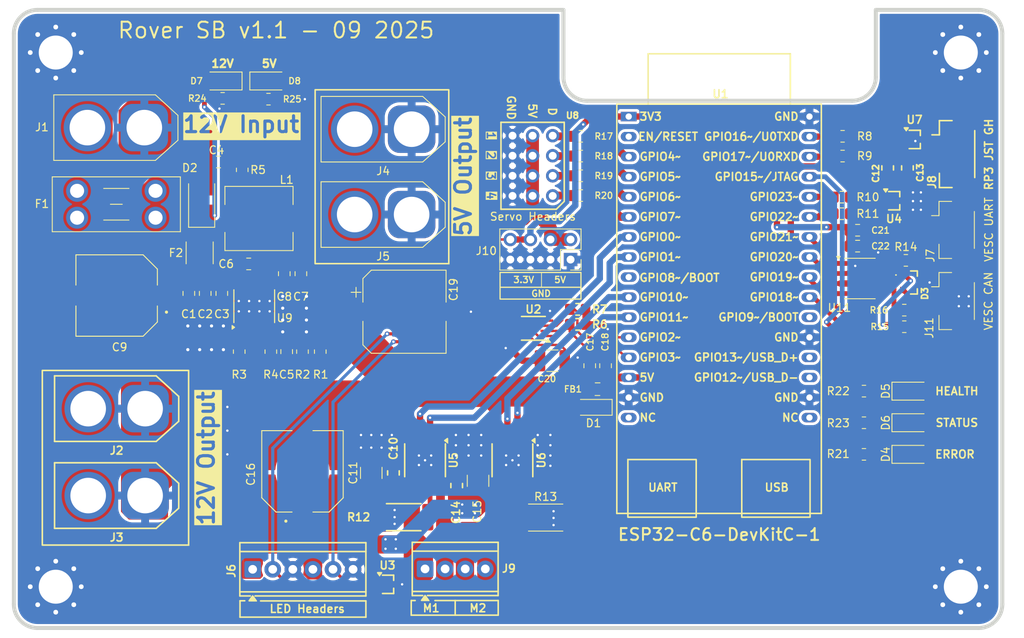
<source format=kicad_pcb>
(kicad_pcb (version 20241229) (generator "pcbnew") (generator_version "9.0")
  (layers (0 "F.Cu" signal) (2 "B.Cu" signal) (13 "F.Paste" user) (15 "B.Paste" user) (5 "F.SilkS" user "F.Silkscreen") (7 "B.SilkS" user "B.Silkscreen") (1 "F.Mask" user) (3 "B.Mask" user) (25 "Edge.Cuts" user))
  (net 0 "")
  (net 1 "+5V")
  (net 2 "+12V")
  (net 3 "Net-(U9-VIN)")
  (net 4 "Net-(J11-Pin_1)")
  (net 5 "+3.3V")
  (net 6 "Net-(J11-Pin_2)")
  (net 7 "servo 3")
  (net 8 "Net-(J9-Pin_1)")
  (net 9 "Net-(J9-Pin_3)")
  (net 10 "Net-(J9-Pin_4)")
  (net 11 "Net-(J9-Pin_2)")
  (net 12 "Net-(U5-ISEN)")
  (net 13 "Net-(U6-ISEN)")
  (net 14 "Net-(J6-Pin_5)")
  (net 15 "Net-(J6-Pin_2)")
  (net 16 "Net-(J1-Pin_2)")
  (net 17 "Net-(J7-Pin_2)")
  (net 18 "Net-(J7-Pin_3)")
  (net 19 "servo 4")
  (net 20 "Net-(U9-VREG5)")
  (net 21 "Net-(U9-SW)")
  (net 22 "Net-(U9-VBST)")
  (net 23 "GND")
  (net 24 "Net-(J8-Pin_2)")
  (net 25 "Net-(J8-Pin_1)")
  (net 26 "Net-(U9-VFB)")
  (net 27 "Net-(U9-EN)")
  (net 28 "Net-(U9-PG)")
  (net 29 "Net-(C4-Pad1)")
  (net 30 "Net-(D1-K)")
  (net 31 "servo 2")
  (net 32 "servo 1")
  (net 35 "Net-(U11-CANH)")
  (net 36 "Net-(U11-CANL)")
  (net 37 "Net-(D4-K)")
  (net 38 "Net-(D5-K)")
  (net 39 "Net-(U1-GPIO21)")
  (net 40 "Net-(U1-GPIO20)")
  (net 41 "Net-(U1-GPIO16{slash}U0TXD)")
  (net 42 "Net-(U1-GPIO23)")
  (net 43 "Net-(U1-GPIO22)")
  (net 44 "Net-(U1-GPIO2)")
  (net 45 "Net-(U1-GPIO3)")
  (net 50 "Net-(U1-GPIO1)")
  (net 51 "Net-(U1-GPIO10)")
  (net 52 "Net-(U1-GPIO0)")
  (net 53 "Net-(U1-GPIO11)")
  (net 55 "Net-(D6-K)")
  (net 57 "Net-(U1-GPIO17{slash}U0RXD)")
  (net 58 "Net-(U8-D4)")
  (net 59 "Net-(U8-D3)")
  (net 60 "Net-(U8-D2)")
  (net 61 "Net-(U8-D1)")
  (net 62 "Net-(U1-GPIO15{slash}JTAG)")
  (net 63 "Net-(U1-GPIO19)")
  (net 64 "Net-(U1-GPIO18)")
  (net 66 "+5C")
  (net 67 "Net-(D7-K)")
  (net 68 "Net-(D8-K)")
  (footprint "MountingHole:MountingHole_4.3mm_M4_Pad_Via" (layer "F.Cu") (at 139.75 20.4)
    (property "Reference" "H2" (hide yes))
    (property "Value" "Mount")
  )
  (footprint "LED_SMD:LED_1206_3216Metric_Pad1.42x1.75mm_HandSolder" (layer "F.Cu") (at 52.3 24)
    (property "Reference" "D8")
    (property "Value" "GRN")
  )
  (footprint "LED_SMD:LED_1206_3216Metric_Pad1.42x1.75mm_HandSolder" (layer "F.Cu") (at 133.5 71.25)
    (property "Reference" "D4")
    (property "Value" "RED")
  )
  (footprint "Connector_PinSocket_2.54mm:PinSocket_2x04_P2.54mm_Vertical" (layer "F.Cu") (at 90.4 46.6 -90)
    (property "Reference" "J10")
    (property "Value" "Power Header")
  )
  (footprint "Capacitor_SMD:C_0805_2012Metric_Pad1.18x1.45mm_HandSolder" (layer "F.Cu") (at 126.7 42.89)
    (property "Reference" "C21")
    (property "Value" "0.1uF")
  )
  (footprint "Resistor_SMD:R_0805_2012Metric_Pad1.20x1.40mm_HandSolder" (layer "F.Cu") (at 124.8 33.5)
    (property "Reference" "R9")
    (property "Value" "47")
  )
  (footprint "Custom_Parts:03x04 Generic Pin Header" (layer "F.Cu") (at 85.6 34.73 180)
    (property "Reference" "U8")
    (property "Value" "Servo Headers")
  )
  (footprint "Resistor_SMD:R_0805_2012Metric_Pad1.20x1.40mm_HandSolder" (layer "F.Cu") (at 48.88125 35.25 90)
    (property "Reference" "R5")
    (property "Value" "DNP")
  )
  (footprint "Resistor_SMD:R_0805_2012Metric_Pad1.20x1.40mm_HandSolder" (layer "F.Cu") (at 124.8 31)
    (property "Reference" "R8")
    (property "Value" "47")
  )
  (footprint "Package_TO_SOT_SMD:SOT-323_SC-70" (layer "F.Cu") (at 133.9 31.4)
    (property "Reference" "U7")
    (property "Value" "TPD2E2U06DCK" (hide yes))
  )
  (footprint "LED_SMD:LED_1206_3216Metric_Pad1.42x1.75mm_HandSolder" (layer "F.Cu") (at 46.4 24 180)
    (property "Reference" "D7")
    (property "Value" "RED")
  )
  (footprint "Capacitor_SMD:C_1210_3225Metric_Pad1.33x2.70mm_HandSolder" (layer "F.Cu") (at 65.2 73.6 90)
    (property "Reference" "C11")
    (property "Value" "47uF")
  )
  (footprint "Resistor_SMD:R_0805_2012Metric_Pad1.20x1.40mm_HandSolder" (layer "F.Cu") (at 91.3 52.9 180)
    (property "Reference" "R7")
    (property "Value" "100k" (hide yes))
  )
  (footprint "Capacitor_SMD:C_0805_2012Metric_Pad1.18x1.45mm_HandSolder" (layer "F.Cu") (at 126.7 44.9)
    (property "Reference" "C22")
    (property "Value" "1uF")
  )
  (footprint "Capacitor_SMD:C_0805_2012Metric_Pad1.18x1.45mm_HandSolder" (layer "F.Cu") (at 46.3 50.8825 -90)
    (property "Reference" "C3")
    (property "Value" "0.1uF")
  )
  (footprint "Capacitor_SMD:C_0805_2012Metric_Pad1.18x1.45mm_HandSolder" (layer "F.Cu") (at 54.5 58.25 90)
    (property "Reference" "C5")
    (property "Value" "0.47uF")
  )
  (footprint "Libraries:SM24CANB02HTG" (layer "F.Cu") (at 133.6 49.5 -90)
    (property "Reference" "D3")
    (property "Value" "SM24CANB-02HTG" (hide yes))
  )
  (footprint "Resistor_SMD:R_0805_2012Metric_Pad1.20x1.40mm_HandSolder" (layer "F.Cu") (at 91.7 33.5 180)
    (property "Reference" "R18")
    (property "Value" "47")
  )
  (footprint "Capacitor_SMD:C_0805_2012Metric_Pad1.18x1.45mm_HandSolder" (layer "F.Cu") (at 94.82514 60.034005 90)
    (property "Reference" "C18")
    (property "Value" "10uF" (hide yes))
  )
  (footprint "Libraries:CAP_EEHZU1E471P" (layer "F.Cu") (at 33 51.15 180)
    (property "Reference" "C9")
    (property "Value" "470uF")
  )
  (footprint "Resistor_SMD:R_0805_2012Metric_Pad1.20x1.40mm_HandSolder" (layer "F.Cu") (at 132.6 55.1 180)
    (property "Reference" "R15")
    (property "Value" "120")
  )
  (footprint "PCM_Espressif:ESP32-C6-DevKitC-1" (layer "F.Cu") (at 97.75 28.5)
    (property "Reference" "U1")
    (property "Value" "ESP32-C6-DevKitC-1")
  )
  (footprint "Resistor_SMD:R_0805_2012Metric_Pad1.20x1.40mm_HandSolder" (layer "F.Cu") (at 91.7 36 180)
    (property "Reference" "R19")
    (property "Value" "47")
  )
  (footprint "Package_TO_SOT_SMD:SOT-323_SC-70" (layer "F.Cu") (at 67.3 87.7)
    (property "Reference" "U3")
    (property "Value" "TPD2E2U06DCK")
  )
  (footprint "Resistor_SMD:R_0805_2012Metric_Pad1.20x1.40mm_HandSolder" (layer "F.Cu") (at 91.7 38.5 180)
    (property "Reference" "R20")
    (property "Value" "47")
  )
  (footprint "Connector_AMASS:AMASS_XT60-F_1x02_P7.20mm_Vertical" (layer "F.Cu") (at 36.6 65.465734 180)
    (property "Reference" "J2")
    (property "Value" "12V XT60")
  )
  (footprint "Capacitor_SMD:C_0805_2012Metric_Pad1.18x1.45mm_HandSolder" (layer "F.Cu") (at 130.5 35 -90)
    (property "Reference" "C12")
    (property "Value" "10uF")
  )
  (footprint "TerminalBlock_TE-Connectivity:TerminalBlock_TE_282834-4_1x04_P2.54mm_Horizontal" (layer "F.Cu") (at 72 85.75)
    (property "Reference" "J9")
    (property "Value" "Motor Block" (hide yes))
  )
  (footprint "Resistor_SMD:R_0805_2012Metric_Pad1.20x1.40mm_HandSolder" (layer "F.Cu") (at 52.5 58.25 -90)
    (property "Reference" "R4")
    (property "Value" "100k")
  )
  (footprint "Package_SO:SOIC-8_3.9x4.9mm_P1.27mm" (layer "F.Cu") (at 126.975 48.995)
    (property "Reference" "U11")
    (property "Value" "TCAN332GDR")
  )
  (footprint "Resistor_SMD:R_0805_2012Metric_Pad1.20x1.40mm_HandSolder" (layer "F.Cu") (at 58.75 58.25 -90)
    (property "Reference" "R1")
    (property "Value" "365k")
  )
  (footprint "Resistor_SMD:R_0805_2012Metric_Pad1.20x1.40mm_HandSolder" (layer "F.Cu") (at 127.5 67.25)
    (property "Reference" "R23")
    (property "Value" "330")
  )
  (footprint "Connector_AMASS:AMASS_XT60-F_1x02_P7.20mm_Vertical" (layer "F.Cu") (at 70.3 30.1 180)
    (property "Reference" "J4")
    (property "Value" "5V XT60")
  )
  (footprint "Diode_SMD:D_SMA" (layer "F.Cu") (at 43.75 39 90)
    (property "Reference" "D2")
    (property "Value" "SMAJ15A")
  )
  (footprint "Capacitor_SMD:C_0805_2012Metric_Pad1.18x1.45mm_HandSolder" (layer "F.Cu") (at 44.2 50.8825 -90)
    (property "Reference" "C2")
    (property "Value" "10uF")
  )
  (footprint "MountingHole:MountingHole_4.3mm_M4_Pad_Via" (layer "F.Cu") (at 139.75 88)
    (property "Reference" "H4" (hide yes))
    (property "Value" "Mount")
  )
  (footprint "Package_SO:TI_SO-PowerPAD-8" (layer "F.Cu") (at 83.05 72 -90)
    (property "Reference" "U6")
    (property "Value" "DRV8251")
  )
  (footprint "Capacitor_SMD:C_0805_2012Metric_Pad1.18x1.45mm_HandSolder" (layer "F.Cu") (at 76 75.2 90)
    (property "Reference" "C14")
    (property "Value" "0.1uF" (hide yes))
  )
  (footprint "Connector_AMASS:AMASS_XT60-M_1x02_P7.20mm_Vertical" (layer "F.Cu") (at 36.5 29.9 180)
    (property "Reference" "J1")
    (property "Value" "12v XT60")
  )
  (footprint "Capacitor_SMD:C_0805_2012Metric_Pad1.18x1.45mm_HandSolder" (layer "F.Cu") (at 92.82514 60.034005 90)
    (property "Reference" "C17")
    (property "Value" "0.1uF" (hide yes))
  )
  (footprint "Fuse:Fuse_1812_4532Metric_Pad1.30x3.40mm_HandSolder" (layer "F.Cu") (at 43.5 45.75 -90)
    (property "Reference" "F2")
    (property "Value" "1812L260/16MR" (hide yes))
  )
  (footprint "Resistor_SMD:R_0805_2012Metric_Pad1.20x1.40mm_HandSolder" (layer "F.Cu") (at 124.7 40.8)
    (property "Reference" "R11")
    (property "Value" "47" (hide yes))
  )
  (footprint "LED_SMD:LED_1206_3216Metric_Pad1.42x1.75mm_HandSolder" (layer "F.Cu") (at 133.5 63.25)
    (property "Reference" "D5")
    (property "Value" "GRN")
  )
  (footprint "TerminalBlock_TE-Connectivity:TerminalBlock_TE_282834-6_1x06_P2.54mm_Horizontal" (layer "F.Cu") (at 50.2 85.8)
    (property "Reference" "J6")
    (property "Value" "LED Headers")
  )
  (footprint "Package_SO:TI_SO-PowerPAD-8" (layer "F.Cu") (at 72 72 -90)
    (property "Reference" "U5")
    (property "Value" "DRV8251" (hide yes))
  )
  (footprint "Package_SO:Texas_HSOP-8-1EP_3.9x4.9mm_P1.27mm_ThermalVias" (layer "F.Cu") (at 50.4 52.5 90)
    (property "Reference" "U9")
    (property "Value" "TPS56528DDA" (hide yes))
  )
  (footprint "Resistor_SMD:R_0805_2012Metric_Pad1.20x1.40mm_HandSolder" (layer "F.Cu") (at 48.5 58.25 90)
    (property "Reference" "R3")
    (property "Value" "10k")
  )
  (footprint "Capacitor_SMD:C_0805_2012Metric_Pad1.18x1.45mm_HandSolder" (layer "F.Cu") (at 56.3 48.3875 -90)
    (property "Reference" "C7")
    (property "Value" "22uF")
  )
  (footprint "Package_TO_SOT_SMD:SOT-323_SC-70" (layer "F.Cu") (at 131.3 39.15)
    (property "Reference" "U4")
    (property "Value" "TPD2E2U06DCK" (hide yes))
  )
  (footprint "LED_SMD:LED_1206_3216Metric_Pad1.42x1.75mm_HandSolder" (layer "F.Cu") (at 133.5 67.25)
    (property "Reference" "D6")
    (property "Value" "BLU")
  )
  (footprint "Package_SO:SSOP-8_2.95x2.8mm_P0.65mm" (layer "F.Cu") (at 85.7 55.3 180)
    (property "Reference" "U2")
    (property "Value" "SN74LVC2T45")
  )
  (footprint "Diode_SMD:D_SOD-123" (layer "F.Cu") (at 93.3 65.3 180)
    (property "Reference" "D1")
    (property "Value" "sch")
  )
  (footprint "Capacitor_SMD:C_0805_2012Metric_Pad1.18x1.45mm_HandSolder" (layer "F.Cu") (at 133 35 -90)
    (property "Reference" "C13")
    (property "Value" "0.1uF")
  )
  (footprint "MountingHole:MountingHole_4.3mm_M4_Pad_Via" (layer "F.Cu") (at 25.3 88)
    (property "Reference" "H3" (hide yes))
    (property "Value" "Mount")
  )
  (footprint "Resistor_SMD:R_0805_2012Metric_Pad1.20x1.40mm_HandSolder" (layer "F.Cu") (at 46.4 26.2)
    (property "Reference" "R24")
    (property "Value" "4700")
  )
  (footprint "Capacitor_SMD:CP_Elec_10x7.9" (layer "F.Cu") (at 69.4 53.2)
    (property "Reference" "C19")
    (property "Value" "C_Polarized_US")
  )
  (footprint "Connector_JST:JST_GH_BM03B-GHS-TBT_1x03-1MP_P1.25mm_Vertical" (layer "F.Cu") (at 138.85 42.85 -90)
    (property "Reference" "J7")
    (property "Value" "VESC UART")
  )
  (footprint "Resistor_SMD:R_0805_2012Metric_Pad1.20x1.40mm_HandSolder" (layer "F.Cu") (at 56.5 58.25 -90)
    (property "Reference" "R2")
    (property "Value" "49.9k")
  )
  (footprint "Resistor_SMD:R_0805_2012Metric_Pad1.20x1.40mm_HandSolder" (layer "F.Cu") (at 124.7 38.7)
    (property "Reference" "R10")
    (property "Value" "47" (hide yes))
  )
  (footprint "Resistor_SMD:R_0805_2012Metric_Pad1.20x1.40mm_HandSolder" (layer "F.Cu") (at 132.6 53 180)
    (property "Reference" "R16")
    (property "Value" "0")
  )
  (footprint "Capacitor_SMD:C_0805_2012Metric_Pad1.18x1.45mm_HandSolder" (layer "F.Cu") (at 68 73.6 90)
    (property "Reference" "C10")
    (property "Value" "0.1uF" (hide yes))
  )
  (footprint "Fuse:Fuseholder_Blade_Mini_Keystone_3568" (layer "F.Cu") (at 28 37.9)
    (property "Reference" "F1")
    (property "Value" "15A")
  )
  (footprint "Capacitor_SMD:C_0805_2012Metric_Pad1.18x1.45mm_HandSolder" (layer "F.Cu") (at 42.13 50.8825 -90)
    (property "Reference" "C1")
    (property "Value" "10uF")
  )
  (footprint "Resistor_SMD:R_0805_2012Metric_Pad1.20x1.40mm_HandSolder" (layer "F.Cu") (at 91.7 31 180)
    (property "Reference" "R17")
    (property "Value" "47")
  )
  (footprint "digikey-footprints:0805" (layer "F.Cu") (at 93.8 63 180)
    (property "Reference" "FB1")
    (property "Value" "FerriteBead_Small" (hide yes))
  )
  (footprint "Resistor_SMD:R_2512_6332Metric_Pad1.40x3.35mm_HandSolder" (layer "F.Cu") (at 69.3 79.2 180)
    (property "Reference" "R12")
    (property "Value" "0.143")
  )
  (footprint "Resistor_SMD:R_0805_2012Metric_Pad1.20x1.40mm_HandSolder" (layer "F.Cu") (at 91.3 54.8 180)
    (property "Reference" "R6")
    (property "Value" "100k" (hide yes))
  )
  (footprint "Connector_AMASS:AMASS_XT60-F_1x02_P7.20mm_Vertical" (layer "F.Cu") (at 36.6 76.465734 180)
    (property "Reference" "J3")
    (property "Value" "12V XT60")
  )
  (footprint "Resistor_SMD:R_0805_2012Metric_Pad1.20x1.40mm_HandSolder" (layer "F.Cu") (at 127.5 71.25)
    (property "Reference" "R21")
    (property "Value" "620")
  )
  (footprint "Resistor_SMD:R_0805_2012Metric_Pad1.20x1.40mm_HandSolder" (layer "F.Cu") (at 52.2 26.3)
    (property "Reference" "R25")
    (property "Value" "1500")
  )
  (footprint "Libraries:L_Wurth_WE-HCC-8070" (layer "F.Cu") (at 51 41.4)
    (property "Reference" "L1")
    (property "Value" "3.3uH" (hide yes))
  )
  (footprint "Resistor_SMD:R_0805_2012Metric_Pad1.20x1.40mm_HandSolder" (layer "F.Cu") (at 127.5 63.25)
    (property "Reference" "R22")
    (property "Value" "620")
  )
  (footprint "Connector_AMASS:AMASS_XT60-F_1x02_P7.20mm_Vertical" (layer "F.Cu") (at 70.3 40.9 180)
    (property "Reference" "J5")
    (property "Value" "Conn_01x02")
  )
  (footprint "Resistor_SMD:R_2512_6332Metric_Pad1.40x3.35mm_HandSolder" (layer "F.Cu") (at 87.25 79.25)
    (property "Reference" "R13")
    (property "Value" "0.143")
  )
  (footprint "Connector_JST:JST_GH_BM03B-GHS-TBT_1x03-1MP_P1.25mm_Vertical" (layer "F.Cu") (at 138.85 51.85 -90)
    (property "Reference" "J11")
    (property "Value" "VESC CAN")
  )
  (footprint "Capacitor_SMD:C_0805_2012Metric_Pad1.18x1.45mm_HandSolder" (layer "F.Cu") (at 45.88125 34.25 180)
    (property "Reference" "C4")
    (property "Value" "DNP")
  )
  (footprint "Capacitor_SMD:C_0805_2012Metric_Pad1.18x1.45mm_HandSolder" (layer "F.Cu") (at 54.2 48.3875 -90)
    (property "Reference" "C8")
    (property "Value" "22uF")
  )
  (footprint "Capacitor_SMD:C_1210_3225Metric_Pad1.33x2.70mm_HandSolder" (layer "F.Cu") (at 78.7 74.6 90)
    (property "Reference" "C15")
    (property "Value" "47uF")
  )
  (footprint "Resistor_SMD:R_0805_2012Metric_Pad1.20x1.40mm_HandSolder" (layer "F.Cu") (at 132.8 46.7 180)
    (property "Reference" "R14")
    (property "Value" "0")
  )
  (footprint "MountingHole:MountingHole_4.3mm_M4_Pad_Via" (layer "F.Cu") (at 25.3 20.4)
    (property "Reference" "H1" (hide yes))
    (property "Value" "Mount" (hide yes))
  )
  (footprint "Connector_JST:JST_GH_BM04B-GHS-TBT_1x04-1MP_P1.25mm_Vertical" (layer "F.Cu") (at 138.9 33.25 -90)
    (property "Reference" "J8")
    (property "Value" "RP3 JST GH")
  )
  (footprint "Capacitor_SMD:C_0805_2012Metric_Pad1.18x1.45mm_HandSolder" (layer "F.Cu") (at 49.7 47.15)
    (property "Reference" "C6")
    (property "Value" "0.1uF")
  )
  (footprint "Capacitor_SMD:C_1210_3225Metric_Pad1.33x2.70mm_HandSolder" (layer "F.Cu") (at 88.1 59.4 180)
    (property "Reference" "C20")
    (property "Value" "47uF")
  )
  (footprint "Libraries:CAP_EEHZU1E471P" (layer "F.Cu") (at 56.5 73.4 90)
    (property "Reference" "C16")
    (property "Value" "470uF")
  )
  (gr_line (start 64.52 91.85) (end 64.52 89.8) (stroke (width 0.2)) (layer "F.SilkS"))
  (gr_line (start 48.6 89.78) (end 49.2 89.78) (stroke (width 0.2)) (layer "F.SilkS"))
  (gr_line (start 75.81 91.6) (end 81.25 91.6) (stroke (width 0.2)) (layer "F.SilkS"))
  (gr_line (start 81.25 89.75) (end 73.25 89.75) (stroke (width 0.2)) (layer "F.SilkS"))
  (gr_line (start 70.25 89.75) (end 70.75 89.75) (stroke (width 0.2)) (layer "F.SilkS"))
  (gr_line (start 86.725 50.105) (end 86.725 48.23) (stroke (width 0.1)) (layer "F.SilkS"))
  (gr_poly (pts (xy 23.601374 60.630098) (xy 42.101374 60.630098) (xy 42.101374 82.730098) (xy 23.601374 82.730098)) (stroke (width 0.2)) (fill no) (layer "F.SilkS"))
  (gr_line (start 48.6 91.85) (end 64.52 91.85) (stroke (width 0.2)) (layer "F.SilkS"))
  (gr_poly (pts (xy 58.1 25.114864) (xy 75 25.114864) (xy 75 47.114864) (xy 58.1 47.114864)) (stroke (width 0.2)) (fill no) (layer "F.SilkS"))
  (gr_line (start 91.715 50.105) (end 81.485 50.105) (stroke (width 0.16)) (layer "F.SilkS"))
  (gr_line (start 81.25 91.6) (end 81.25 89.75) (stroke (width 0.2)) (layer "F.SilkS"))
  (gr_line (start 70.25 89.75) (end 70.25 91.6) (stroke (width 0.2)) (layer "F.SilkS"))
  (gr_line (start 64.52 89.8) (end 51.2 89.8) (stroke (width 0.2)) (layer "F.SilkS"))
  (gr_line (start 48.6 89.78) (end 48.6 91.85) (stroke (width 0.2)) (layer "F.SilkS"))
  (gr_line (start 75.81 91.6) (end 70.25 91.6) (stroke (width 0.2)) (layer "F.SilkS"))
  (gr_rect (start 81.485 48.23) (end 91.715 51.6) (stroke (width 0.16)) (fill no) (layer "F.SilkS"))
  (gr_line (start 75.81 89.75) (end 75.81 91.6) (stroke (width 0.2)) (layer "F.SilkS"))
  (gr_arc (start 142 15) (mid 144.12132 15.87868) (end 145 18) (stroke (width 0.5)) (layer "Edge.Cuts"))
  (gr_arc (start 23 93.225) (mid 20.87868 92.34632) (end 20 90.225) (stroke (width 0.5)) (layer "Edge.Cuts"))
  (gr_line (start 92.5 26.5) (end 126 26.5) (stroke (width 0.5)) (layer "Edge.Cuts"))
  (gr_line (start 20 90.225) (end 20 18) (stroke (width 0.5)) (layer "Edge.Cuts"))
  (gr_line (start 89.5 15) (end 89.5 23.5) (stroke (width 0.5)) (layer "Edge.Cuts"))
  (gr_line (start 145 18) (end 145 90.225) (stroke (width 0.5)) (layer "Edge.Cuts"))
  (gr_arc (start 129 23.5) (mid 128.12132 25.62132) (end 126 26.5) (stroke (width 0.5)) (layer "Edge.Cuts"))
  (gr_line (start 129 15) (end 142 15) (stroke (width 0.5)) (layer "Edge.Cuts"))
  (gr_line (start 129 15) (end 129 23.5) (stroke (width 0.5)) (layer "Edge.Cuts"))
  (gr_arc (start 20 18) (mid 20.87868 15.87868) (end 23 15) (stroke (width 0.5)) (layer "Edge.Cuts"))
  (gr_arc (start 92.5 26.5) (mid 90.37868 25.62132) (end 89.5 23.5) (stroke (width 0.5)) (layer "Edge.Cuts"))
  (gr_line (start 23 15) (end 89.5 15) (stroke (width 0.5)) (layer "Edge.Cuts"))
  (gr_line (start 142 93.225) (end 23 93.225) (stroke (width 0.5)) (layer "Edge.Cuts"))
  (gr_arc (start 145 90.225) (mid 144.12132 92.34632) (end 142 93.225) (stroke (width 0.5)) (layer "Edge.Cuts"))
  (gr_text "GND" (at 82.3 27.37 270) (layer "F.SilkS") (effects (font (size 1 1) (thickness 0.2) (bold yes)) (justify bottom)))
  (gr_text "3" (at 79.75 36 270) (layer "F.SilkS" knockout) (effects (font (size 1 1) (thickness 0.2) (bold yes)) (justify bottom)))
  (gr_text "12V Output" (at 45.5 71.75 90) (layer "F.SilkS" knockout) (effects (font (size 2 2) (thickness 0.4) (bold yes)) (justify bottom)))
  (gr_text "4" (at 79.75 38.5 270) (layer "F.SilkS" knockout) (effects (font (size 1 1) (thickness 0.2) (bold yes)) (justify bottom)))
  (gr_text "12V Input" (at 48.75 29.5 0) (layer "F.SilkS" knockout) (effects (font (size 2 2) (thickness 0.4) (bold yes))))
  (gr_text "GND" (at 86.675 50.9 0) (layer "F.SilkS") (effects (font (size 0.8 0.8) (thickness 0.16) (bold yes))))
  (gr_text "STATUS" (at 139.25 67.25 0) (layer "F.SilkS") (effects (font (size 1 1) (thickness 0.2) (bold yes))))
  (gr_text "1" (at 79.75 30.9 270) (layer "F.SilkS" knockout) (effects (font (size 1 1) (thickness 0.2) (bold yes)) (justify bottom)))
  (gr_text "5V" (at 52.3 21.8 0) (layer "F.SilkS") (effects (font (size 1 1) (thickness 1.5))))
  (gr_text "ERROR" (at 139 71.25 0) (layer "F.SilkS") (effects (font (size 1 1) (thickness 0.2) (bold yes))))
  (gr_text "Rover SB v1.1 - 09 2025" (at 33 18.75 0) (layer "F.SilkS") (effects (font (size 2 2) (thickness 0.25) (bold yes)) (justify left bottom)))
  (gr_text "5V" (at 89.075 49.625 0) (layer "F.SilkS") (effects (font (size 0.8 0.8) (thickness 0.16) (bold yes)) (justify bottom)))
  (gr_text "3.3V" (at 83.075 49.625 0) (layer "F.SilkS") (effects (font (size 0.8 0.8) (thickness 0.16) (bold yes)) (justify left bottom)))
  (gr_text "2\n" (at 79.75 33.4 270) (layer "F.SilkS" knockout) (effects (font (size 1 1) (thickness 0.2) (bold yes)) (justify bottom)))
  (gr_text "M1     M2" (at 71.6 91.3 0) (layer "F.SilkS") (effects (font (size 1 1) (thickness 0.2) (bold yes)) (justify left bottom)))
  (gr_text "12V" (at 46.4 21.8 0) (layer "F.SilkS") (effects (font (size 1 1) (thickness 1.5))))
  (gr_text "HEALTH" (at 139.25 63.25 0) (layer "F.SilkS") (effects (font (size 1 1) (thickness 0.2) (bold yes))))
  (gr_text "D" (at 87.5 27.87 270) (layer "F.SilkS") (effects (font (size 1 1) (thickness 0.2) (bold yes)) (justify bottom)))
  (gr_text "5V Output" (at 78 36.104058 90) (layer "F.SilkS" knockout) (effects (font (size 2 2) (thickness 0.4) (bold yes)) (justify bottom)))
  (gr_text "5V" (at 85 27.77 270) (layer "F.SilkS") (effects (font (size 1 1) (thickness 0.2) (bold yes)) (justify bottom)))
  (segment (start 85.6 40.35) (end 87.86 42.61) (width 1.6) (layer "F.Cu") (net 1))
  (segment (start 87.86 42.61) (end 87.86 44.06) (width 1.6) (layer "F.Cu") (net 1))
  (segment (start 63.1 40.9) (end 63.205974 41.005974) (width 1.6) (layer "F.Cu") (net 1))
  (segment (start 85.6 30.92) (end 85.6 38.54) (width 1.6) (layer "F.Cu") (net 1))
  (segment (start 58.75 56.25) (end 59.5 55.5) (width 0.6) (layer "F.Cu") (net 1))
  (segment (start 78 46) (end 79 45) (width 1.6) (layer "F.Cu") (net 1))
  (segment (start 64.5 46) (end 78 46) (width 1.6) (layer "F.Cu") (net 1))
  (segment (start 87.86 44.06) (end 90.4 44.06) (width 1.6) (layer "F.Cu") (net 1))
  (segment (start 79 45) (end 79 43.5) (width 1.6) (layer "F.Cu") (net 1))
  (segment (start 63.205974 44.705974) (end 64.5 46) (width 1.6) (layer "F.Cu") (net 1))
  (segment (start 85.6 38.54) (end 85.6 40.35) (width 1.6) (layer "F.Cu") (net 1))
  (segment (start 81 41.5) (end 84.45 41.5) (width 1.6) (layer "F.Cu") (net 1))
  (segment (start 57 24) (end 53.7875 24) (width 0.6) (layer "F.Cu") (net 1))
  (segment (start 79 43.5) (end 81 41.5) (width 1.6) (layer "F.Cu") (net 1))
  (segment (start 84.45 41.5) (end 85.6 40.35) (width 1.6) (layer "F.Cu") (net 1))
  (segment (start 63.1 30.1) (end 57 24) (width 0.6) (layer "F.Cu") (net 1))
  (segment (start 58.75 57.25) (end 58.75 56.25) (width 0.6) (layer "F.Cu") (net 1))
  (segment (start 63.205974 41.005974) (end 63.205974 44.705974) (width 1.6) (layer "F.Cu") (net 1))
  (segment (start 44.1 27.3) (end 44.1 24.8125) (width 0.6) (layer "F.Cu") (net 2))
  (segment (start 43.75 41) (end 45.4 41) (width 0.6) (layer "F.Cu") (net 2))
  (segment (start 44.1 24.8125) (end 44.9125 24) (width 0.6) (layer "F.Cu") (net 2))
  (via (at 67 82) (size 0.6) (drill 0.3) (layers "F.Cu" "B.Cu") (net 2))
  (via (at 68.3 83.2) (size 0.6) (drill 0.3) (layers "F.Cu" "B.Cu") (net 2))
  (via (at 76.7 78.7) (size 0.6) (drill 0.3) (layers "F.Cu" "B.Cu") (net 2))
  (via (at 78.3 77.6) (size 0.6) (drill 0.3) (layers "F.Cu" "B.Cu") (net 2))
  (via (at 78.3 78.7) (size 0.6) (drill 0.3) (layers "F.Cu" "B.Cu") (net 2))
  (via (at 44.1 27.3) (size 0.6) (drill 0.3) (layers "F.Cu" "B.Cu") (net 2))
  (via (at 76.7 77.6) (size 0.6) (drill 0.3) (layers "F.Cu" "B.Cu") (net 2))
  (via (at 68.3 82) (size 0.6) (drill 0.3) (layers "F.Cu" "B.Cu") (net 2))
  (via (at 67 83.2) (size 0.6) (drill 0.3) (layers "F.Cu" "B.Cu") (net 2))
  (via (at 45.4 41) (size 0.6) (drill 0.3) (layers "F.Cu" "B.Cu") (net 2))
  (segment (start 45.4 41) (end 45.4 28.6) (width 0.6) (layer "B.Cu") (net 2))
  (segment (start 45.4 28.6) (end 44.1 27.3) (width 0.6) (layer "B.Cu") (net 2))
  (segment (start 41.42 61.22) (end 40.55 60.35) (width 0.4) (layer "F.Cu") (net 3))
  (segment (start 40.55 60.35) (end 40.55 48.7) (width 0.4) (layer "F.Cu") (net 3))
  (segment (start 47.9 61.22) (end 41.42 61.22) (width 0.4) (layer "F.Cu") (net 3))
  (segment (start 48.5 59.25) (end 48.5 60.62) (width 0.4) (layer "F.Cu") (net 3))
  (segment (start 40.875 48.375) (end 43.5 48.375) (width 0.4) (layer "F.Cu") (net 3))
  (segment (start 40.55 48.7) (end 40.875 48.375) (width 0.4) (layer "F.Cu") (net 3))
  (segment (start 48.5 60.62) (end 47.9 61.22) (width 0.4) (layer "F.Cu") (net 3))
  (segment (start 133.8 46.7) (end 133.8 47.205) (width 0.6) (layer "F.Cu") (net 4))
  (segment (start 134.9 46.7) (end 133.8 46.7) (width 0.6) (layer "F.Cu") (net 4))
  (segment (start 136.9 48.7) (end 134.9 46.7) (width 0.6) (layer "F.Cu") (net 4))
  (segment (start 132.455 48.55) (end 132.65 48.55) (width 0.6) (layer "F.Cu") (net 4))
  (segment (start 133.8 47.205) (end 132.455 48.55) (width 0.6) (layer "F.Cu") (net 4))
  (segment (start 132.65 48.55) (end 133.4 49.3) (width 0.6) (layer "F.Cu") (net 4))
  (segment (start 136.9 50.6) (end 136.9 48.7) (width 0.6) (layer "F.Cu") (net 4))
  (segment (start 129.9 54.8) (end 131.5 54.8) (width 0.6) (layer "F.Cu") (net 4))
  (via (at 133.4 49.3) (size 0.6) (drill 0.3) (layers "F.Cu" "B.Cu") (net 4))
  (via (at 129.9 54.8) (size 0.6) (drill 0.3) (layers "F.Cu" "B.Cu") (net 4))
  (segment (start 129.9 52.8) (end 129.9 54.8) (width 0.6) (layer "B.Cu") (net 4))
  (segment (start 133.4 49.3) (end 129.9 52.8) (width 0.6) (layer "B.Cu") (net 4))
  (segment (start 81.44 44.06) (end 82.78 44.06) (width 0.3) (layer "F.Cu") (net 5))
  (segment (start 134.9875 63.25) (end 134.9875 66.75) (width 0.6) (layer "F.Cu") (net 5))
  (segment (start 93 28.5) (end 97.75 28.5) (width 0.8) (layer "F.Cu") (net 5))
  (segment (start 127.4 46.6) (end 127.3625 46.6) (width 0.8) (layer "F.Cu") (net 5))
  (segment (start 80.75 52.65) (end 80.75 44.75) (width 0.3) (layer "F.Cu") (net 5))
  (segment (start 134.9875 62.3875) (end 134.9875 63.25) (width 0.8) (layer "F.Cu") (net 5))
  (segment (start 85.6 55.575) (end 86.3 56.275) (width 0.3) (layer "F.Cu") (net 5))
  (segment (start 111.5 28.5) (end 97.75 28.5) (width 0.8) (layer "F.Cu") (net 5))
  (segment (start 116.5 33.5) (end 111.5 28.5) (width 0.8) (layer "F.Cu") (net 5))
  (segment (start 116.5 42.5) (end 116.5 33.5) (width 0.8) (layer "F.Cu") (net 5))
  (segment (start 134.9875 67.25) (end 134.9875 71.25) (width 0.6) (layer "F.Cu") (net 5))
  (segment (start 134.2 61.6) (end 134.9875 62.3875) (width 0.8) (layer "F.Cu") (net 5))
  (segment (start 127.3625 46.6) (end 125.6625 44.9) (width 0.8) (layer "F.Cu") (net 5))
  (segment (start 84 54.325) (end 82.425 54.325) (width 0.3) (layer "F.Cu") (net 5))
  (segment (start 82.78 44.06) (end 85.32 44.06) (width 0.8) (layer "F.Cu") (net 5))
  (segment (start 126.3 60.3) (end 127.6 61.6) (width 0.8) (layer "F.Cu") (net 5))
  (segment (start 125.6625 42.89) (end 125.6625 44.9) (width 0.8) (layer "F.Cu") (net 5))
  (segment (start 122.75 42.5) (end 125.2725 42.5) (width 0.8) (layer "F.Cu") (net 5))
  (segment (start 85.6 54.8) (end 85.6 55.575) (width 0.3) (layer "F.Cu") (net 5))
  (segment (start 92 29.5) (end 93 28.5) (width 0.8) (layer "F.Cu") (net 5))
  (segment (start 127.4 47.8) (end 126.3 48.9) (width 0.8) (layer "F.Cu") (net 5))
  (segment (start 86.3 56.275) (end 87.4 56.275) (width 0.3) (layer "F.Cu") (net 5))
  (segment (start 124.5 49.63) (end 125.57 49.63) (width 0.8) (layer "F.Cu") (net 5))
  (segment (start 125.57 49.63) (end 127.4 47.8) (width 0.8) (layer "F.Cu") (net 5))
  (segment (start 125.2725 42.5) (end 125.6625 42.89) (width 0.8) (layer "F.Cu") (net 5))
  (segment (start 84 54.325) (end 85.125 54.325) (width 0.3) (layer "F.Cu") (net 5))
  (segment (start 134.9875 63.25) (end 134.9875 66.5) (width 0.6) (layer "F.Cu") (net 5))
  (segment (start 80.75 44.75) (end 81.44 44.06) (width 0.3) (layer "F.Cu") (net 5))
  (segment (start 127.6 61.6) (end 134.2 61.6) (width 0.8) (layer "F.Cu") (net 5))
  (segment (start 82.425 54.325) (end 80.75 52.65) (width 0.3) (layer "F.Cu") (net 5))
  (segment (start 126.3 50.36) (end 125.57 49.63) (width 0.8) (layer "F.Cu") (net 5))
  (segment (start 127.4 47.8) (end 127.4 46.6) (width 0.8) (layer "F.Cu") (net 5))
  (segment (start 85.125 54.325) (end 85.6 54.8) (width 0.3) (layer "F.Cu") (net 5))
  (segment (start 126.3 60.3) (end 126.3 50.36) (width 0.8) (layer "F.Cu") (net 5))
  (via (at 122.75 42.5) (size 0.6) (drill 0.3) (layers "F.Cu" "B.Cu") (net 5))
  (via (at 116.5 42.5) (size 0.6) (drill 0.3) (layers "F.Cu" "B.Cu") (net 5))
  (via (at 92 29.5) (size 0.6) (drill 0.3) (layers "F.Cu" "B.Cu") (net 5))
  (segment (start 85.32 42.68) (end 85.32 44.06) (width 0.8) (layer "B.Cu") (net 5))
  (segment (start 92 29.5) (end 91 30.5) (width 0.8) (layer "B.Cu") (net 5))
  (segment (start 116.5 42.5) (end 122.75 42.5) (width 0.8) (layer "B.Cu") (net 5))
  (segment (start 91 39.75) (end 89 41.75) (width 0.8) (layer "B.Cu") (net 5))
  (segment (start 91 30.5) (end 91 39.75) (width 0.8) (layer "B.Cu") (net 5))
  (segment (start 89 41.75) (end 86.25 41.75) (width 0.8) (layer "B.Cu") (net 5))
  (segment (start 86.25 41.75) (end 85.32 42.68) (width 0.8) (layer "B.Cu") (net 5))
  (segment (start 135.25 51.85) (end 136.9 51.85) (width 0.6) (layer "F.Cu") (net 6))
  (segment (start 133.3 52.4) (end 133.3 51.295) (width 0.6) (layer "F.Cu") (net 6))
  (segment (start 133.6 52.7) (end 133.3 52.4) (width 0.6) (layer "F.Cu") (net 6))
  (segment (start 133.6 54.7) (end 133.5 54.8) (width 0.6) (layer "F.Cu") (net 6))
  (segment (start 134.2 52.9) (end 135.25 51.85) (width 0.6) (layer "F.Cu") (net 6))
  (segment (start 133.6 52.7) (end 133.8 52.9) (width 0.6) (layer "F.Cu") (net 6))
  (segment (start 133.6 52.7) (end 133.6 54.7) (width 0.6) (layer "F.Cu") (net 6))
  (segment (start 133.8 52.9) (end 134.2 52.9) (width 0.6) (layer "F.Cu") (net 6))
  (segment (start 133.3 51.295) (end 132.455 50.45) (width 0.6) (layer "F.Cu") (net 6))
  (segment (start 97.75 38.66) (end 97.16 38.66) (width 1) (layer "F.Cu") (net 7))
  (segment (start 94.5 36) (end 92.7 36) (width 1) (layer "F.Cu") (net 7))
  (segment (start 97.16 38.66) (end 94.5 36) (width 1) (layer "F.Cu") (net 7))
  (segment (start 72.635 74.78) (end 72.635 78.515) (width 0.6) (layer "F.Cu") (net 12))
  (segment (start 72.35 78.8) (end 72.35 79.2) (width 0.6) (layer "F.Cu") (net 12))
  (segment (start 72.635 78.515) (end 72.35 78.8) (width 0.6) (layer "F.Cu") (net 12))
  (segment (start 83.685 74.78) (end 83.685 76.685) (width 0.6) (layer "F.Cu") (net 13))
  (segment (start 83.685 76.685) (end 84.2 77.2) (width 0.6) (layer "F.Cu") (net 13))
  (segment (start 84.2 77.2) (end 84.2 79.25) (width 0.6) (layer "F.Cu") (net 13))
  (segment (start 64.75 87.05) (end 64.1 87.7) (width 0.4) (layer "F.Cu") (net 14))
  (segment (start 62.26 87.7) (end 60.36 85.8) (width 0.4) (layer "F.Cu") (net 14))
  (segment (start 81.503 57) (end 82.878 55.625) (width 0.4) (layer "F.Cu") (net 14))
  (segment (start 66.3 87.05) (end 64.75 87.05) (width 0.4) (layer "F.Cu") (net 14))
  (segment (start 82.878 55.625) (end 84 55.625) (width 0.4) (layer "F.Cu") (net 14))
  (segment (start 64.1 87.7) (end 62.26 87.7) (width 0.4) (layer "F.Cu") (net 14))
  (segment (start 68 57) (end 81.503 57) (width 0.4) (layer "F.Cu") (net 14))
  (via (at 68 57) (size 0.6) (drill 0.3) (layers "F.Cu" "B.Cu") (net 14))
  (segment (start 68 57) (end 60.36 64.64) (width 0.4) (layer "B.Cu") (net 14))
  (segment (start 60.36 64.64) (end 60.36 85.8) (width 0.4) (layer "B.Cu") (net 14))
  (segment (start 67.2 56) (end 81.638916 56) (width 0.4) (layer "F.Cu") (net 15))
  (segment (start 82.624916 55.014) (end 83.961 55.014) (width 0.4) (layer "F.Cu") (net 15))
  (segment (start 81.638916 56) (end 82.624916 55.014) (width 0.4) (layer "F.Cu") (net 15))
  (segment (start 55.29 88.35) (end 52.74 85.8) (width 0.4) (layer "F.Cu") (net 15))
  (segment (start 66.3 88.35) (end 55.29 88.35) (width 0.4) (layer "F.Cu") (net 15))
  (segment (start 83.961 55.014) (end 84 54.975) (width 0.4) (layer "F.Cu") (net 15))
  (via (at 67.2 56) (size 0.6) (drill 0.3) (layers "F.Cu" "B.Cu") (net 15))
  (segment (start 52.74 70.46) (end 52.74 85.8) (width 0.4) (layer "B.Cu") (net 15))
  (segment (start 67.2 56) (end 52.74 70.46) (width 0.4) (layer "B.Cu") (net 15))
  (segment (start 130.8 38.5) (end 131.3 39) (width 0.6) (layer "F.Cu") (net 17))
  (segment (start 131.3 39) (end 131.3 41.1) (width 0.6) (layer "F.Cu") (net 17))
  (segment (start 130.1 38.7) (end 130.3 38.5) (width 0.8) (layer "F.Cu") (net 17))
  (segment (start 125.7 38.7) (end 130.1 38.7) (width 0.8) (layer "F.Cu") (net 17))
  (segment (start 133.1 42.9) (end 136.95 42.9) (width 0.6) (layer "F.Cu") (net 17))
  (segment (start 130.3 38.5) (end 130.8 38.5) (width 0.6) (layer "F.Cu") (net 17))
  (segment (start 131.3 41.1) (end 133.1 42.9) (width 0.6) (layer "F.Cu") (net 17))
  (segment (start 127.55 40.8) (end 129.6 40.8) (width 0.6) (layer "F.Cu") (net 18))
  (segment (start 125.7 40.8) (end 127.55 40.8) (width 0.6) (layer "F.Cu") (net 18))
  (segment (start 129.6 40.8) (end 129.6 40.85) (width 0.6) (layer "F.Cu") (net 18))
  (segment (start 132.9 44.15) (end 136.95 44.15) (width 0.6) (layer "F.Cu") (net 18))
  (segment (start 130.3 40.1) (end 130.3 39.8) (width 0.6) (layer "F.Cu") (net 18))
  (segment (start 129.6 40.85) (end 132.9 44.15) (width 0.6) (layer "F.Cu") (net 18))
  (segment (start 129.6 40.8) (end 130.3 40.1) (width 0.6) (layer "F.Cu") (net 18))
  (segment (start 96.7 41.2) (end 94 38.5) (width 1) (layer "F.Cu") (net 19))
  (segment (start 97.75 41.2) (end 96.7 41.2) (width 1) (layer "F.Cu") (net 19))
  (segment (start 94 38.5) (end 92.7 38.5) (width 1) (layer "F.Cu") (net 19))
  (segment (start 52.5 59.25) (end 54.4625 59.25) (width 0.6) (layer "F.Cu") (net 20))
  (segment (start 52.25 59.25) (end 52.5 59.25) (width 0.6) (layer "F.Cu") (net 20))
  (segment (start 51.035 55.2) (end 51.035 58.035) (width 0.6) (layer "F.Cu") (net 20))
  (segment (start 51.035 58.035) (end 52.25 59.25) (width 0.6) (layer "F.Cu") (net 20))
  (segment (start 54.4625 59.25) (end 54.5 59.2875) (width 0.6) (layer "F.Cu") (net 20))
  (segment (start 49.765 49.8) (end 49.765 48.4525) (width 0.4) (layer "F.Cu") (net 22))
  (segment (start 48.6625 47.35) (end 48.6625 47.15) (width 0.4) (layer "F.Cu") (net 22))
  (segment (start 49.765 48.4525) (end 48.6625 47.35) (width 0.4) (layer "F.Cu") (net 22))
  (segment (start 92.3 54.8) (end 92.3 52.9) (width 0.8) (layer "F.Cu") (net 23))
  (segment (start 45.4 26.2) (end 45.4 26.9) (width 0.6) (layer "F.Cu") (net 23))
  (segment (start 91.303495 58.996505) (end 91.3 59) (width 0.8) (layer "F.Cu") (net 23))
  (segment (start 127.7375 44.9) (end 128.5 44.9) (width 0.6) (layer "F.Cu") (net 23))
  (segment (start 87.4 53.5) (end 87.4 54.325) (width 0.4) (layer "F.Cu") (net 23))
  (segment (start 82.2 57.8) (end 82.7 57.8) (width 0.8) (layer "F.Cu") (net 23))
  (segment (start 87.8 53.1) (end 87.4 53.5) (width 0.4) (layer "F.Cu") (net 23))
  (segment (start 134.9 31.4) (end 134.2 31.4) (width 0.6) (layer "F.Cu") (net 23))
  (segment (start 68.3 87.7) (end 69.1 87.7) (width 0.4) (layer "F.Cu") (net 23))
  (segment (start 128.5 44.9) (end 129.3 45.7) (width 0.6) (layer "F.Cu") (net 23))
  (segment (start 125.44 48.36) (end 126.4 47.4) (width 0.6) (layer "F.Cu") (net 23))
  (segment (start 134.2 31.4) (end 134 31.6) (width 0.6) (layer "F.Cu") (net 23))
  (segment (start 139.75 28.975) (end 139.75 20.4) (width 0.6) (layer "F.Cu") (net 23))
  (segment (start 124.5 48.36) (end 125.44 48.36) (width 0.6) (layer "F.Cu") (net 23))
  (segment (start 82.7 57.8) (end 84.3 59.4) (width 0.8) (layer "F.Cu") (net 23))
  (segment (start 134.745 49.5) (end 135.8 49.5) (width 0.6) (layer "F.Cu") (net 23))
  (segment (start 94.82514 58.996505) (end 92.82514 58.996505) (width 0.8) (layer "F.Cu") (net 23))
  (segment (start 45.4 26.9) (end 46 27.5) (width 0.6) (layer "F.Cu") (net 23))
  (segment (start 136.9 53.1) (end 139.1 53.1) (width 0.6) (layer "F.Cu") (net 23))
  (segment (start 84.3 59.4) (end 86.5375 59.4) (width 0.8) (layer "F.Cu") (net 23))
  (segment (start 94.5 54.8) (end 95.1 55.4) (width 0.8) (layer "F.Cu") (net 23))
  (segment (start 127.7375 42.89) (end 127.7375 44.9) (width 0.6) (layer "F.Cu") (net 23))
  (segment (start 92.3 54.8) (end 94.5 54.8) (width 0.8) (layer "F.Cu") (net 23))
  (segment (start 140.3 29.525) (end 139.75 28.975) (width 0.6) (layer "F.Cu") (net 23))
  (segment (start 53.2 26.3) (end 56.8 26.3) (width 0.6) (layer "F.Cu") (net 23))
  (segment (start 73.75 53.2) (end 77.8 53.2) (width 1.4) (layer "F.Cu") (net 23))
  (segment (start 92.82514 58.996505) (end 91.303495 58.996505) (width 0.8) (layer "F.Cu") (net 23))
  (via (at 83.825 71.3975) (size 0.6) (drill 0.3) (layers "F.Cu" "B.Cu") (net 23))
  (via (at 88.25 80.2) (size 0.6) (drill 0.3) (layers "F.Cu" "B.Cu") (net 23))
  (via (at 72 72) (size 0.6) (drill 0.3) (layers "F.Cu" "B.Cu") (net 23))
  (via (at 46.5 58) (size 0.8) (drill 0.4) (layers "F.Cu" "B.Cu") (net 23))
  (via (at 54 55.75) (size 0.8) (drill 0.4) (layers "F.Cu" "B.Cu") (net 23))
  (via (at 72.775 72.6025) (size 0.6) (drill 0.3) (layers "F.Cu" "B.Cu") (net 23))
  (via (at 54 54.25) (size 0.8) (drill 0.4) (layers "F.Cu" "B.Cu") (net 23))
  (via (at 79.1 68.8) (size 0.6) (drill 0.3) (layers "F.Cu" "B.Cu") (net 23))
  (via (at 88.25 79.3) (size 0.6) (drill 0.3) (layers "F.Cu" "B.Cu") (net 23))
  (via (at 63.9 70.4) (size 0.6) (drill 0.3) (layers "F.Cu" "B.Cu") (net 23))
  (via (at 79.1 71.4) (size 0.6) (drill 0.3) (layers "F.Cu" "B.Cu") (net 23))
  (via (at 75.9 68.8) (size 0.6) (drill 0.3) (layers "F.Cu" "B.Cu") (net 23))
  (via (at 88.25 78.45) (size 0.6) (drill 0.3) (layers "F.Cu" "B.Cu") (net 23))
  (via (at 47 68.25) (size 0.6) (drill 0.3) (layers "F.Cu" "B.Cu") (net 23))
  (via (at 42 55) (size 0.8) (drill 0.4) (layers "F.Cu" "B.Cu") (net 23))
  (via (at 72.775 71.3975) (size 0.6) (drill 0.3) (layers "F.Cu" "B.Cu") (net 23))
  (via (at 86.25 70.1) (size 0.6) (drill 0.3) (layers "F.Cu" "B.Cu") (net 23))
  (via (at 82.2 57.8) (size 0.6) (drill 0.3) (layers "F.Cu" "B.Cu") (net 23))
  (via (at 67.8 70.4) (size 0.6) (drill 0.3) (layers "F.Cu" "B.Cu") (net 23))
  (via (at 82.25 71.3975) (size 0.6) (drill 0.3) (layers "F.Cu" "B.Cu") (net 23))
  (via (at 66.5 68.8) (size 0.6) (drill 0.3) (layers "F.Cu" "B.Cu") (net 23))
  (via (at 54 52.75) (size 0.8) (drill 0.4) (layers "F.Cu" "B.Cu") (net 23))
  (via (at 57 51.25) (size 0.8) (drill 0.4) (layers "F.Cu" "B.Cu") (net 23))
  (via (at 87.85 68.8) (size 0.6) (drill 0.3) (layers "F.Cu" "B.Cu") (net 23))
  (via (at 86.25 71.4) (size 0.6) (drill 0.3) (layers "F.Cu" "B.Cu") (net 23))
  (via (at 45 58) (size 0.8) (drill 0.4) (layers "F.Cu" "B.Cu") (net 23))
  (via (at 45 55) (size 0.8) (drill 0.4) (layers "F.Cu" "B.Cu") (net 23))
  (via (at 65.2 70.4) (size 0.6) (drill 0.3) (layers "F.Cu" "B.Cu") (net 23))
  (via (at 134 31.6) (size 0.6) (drill 0.3) (layers "F.Cu" "B.Cu") (net 23))
  (via (at 66.5 70.4) (size 0.6) (drill 0.3) (layers "F.Cu" "B.Cu") (net 23))
  (via (at 75.9 70.1) (size 0.6) (drill 0.3) (layers "F.Cu" "B.Cu") (net 23))
  (via (at 95.1 55.4) (size 0.6) (drill 0.3) (layers "F.Cu" "B.Cu") (net 23))
  (via (at 77.8 53.2) (size 0.6) (drill 0.3) (layers "F.Cu" "B.Cu") (net 23))
  (via (at 133.7 39.2) (size 0.6) (drill 0.3) (layers "F.Cu" "B.Cu") (net 23))
  (via (at 54 51.25) (size 0.8) (drill 0.4) (layers "F.Cu" "B.Cu") (net 23))
  (via (at 56.8 26.3) (size 0.6) (drill 0.3) (layers "F.Cu" "B.Cu") (net 23))
  (via (at 129.3 45.7) (size 0.6) (drill 0.3) (layers "F.Cu" "B.Cu") (net 23))
  (via (at 83.825 72.6025) (size 0.6) (drill 0.3) (layers "F.Cu" "B.Cu") (net 23))
  (via (at 91.3 59) (size 0.6) (drill 0.3) (layers "F.Cu" "B.Cu") (net 23))
  (via (at 133.7 40.3) (size 0.6) (drill 0.3) (layers "F.Cu" "B.Cu") (net 23))
  (via (at 86.25 72.7) (size 0.6) (drill 0.3) (layers "F.Cu" "B.Cu") (net 23))
  (via (at 68.15 80.05) (size 0.6) (drill 0.3) (layers "F.Cu" "B.Cu") (net 23))
  (via (at 42 58) (size 0.8) (drill 0.4) (layers "F.Cu" "B.Cu") (net 23))
  (via (at 86.25 68.8) (size 0.6) (drill 0.3) (layers "F.Cu" "B.Cu") (net 23))
  (via (at 134.7 38.1) (size 0.6) (drill 0.3) (layers "F.Cu" "B.Cu") (net 23))
  (via (at 83.05 72) (size 0.6) (drill 0.3) (layers "F.Cu" "B.Cu") (net 23))
  (via (at 87.8 53.1) (size 0.6) (drill 0.3) (layers "F.Cu" "B.Cu") (net 23))
  (via (at 133.7 38.1) (size 0.6) (drill 0.3) (layers "F.Cu" "B.Cu") (net 23))
  (via (at 134.7 39.2) (size 0.6) (drill 0.3) (layers "F.Cu" "B.Cu") (net 23))
  (via (at 57 54.25) (size 0.8) (drill 0.4) (layers "F.Cu" "B.Cu") (net 23))
  (via (at 69.1 87.7) (size 0.6) (drill 0.3) (layers "F.Cu" "B.Cu") (net 23))
  (via (at 75.9 71.4) (size 0.6) (drill 0.3) (layers "F.Cu" "B.Cu") (net 23))
  (via (at 140.75 52.5) (size 0.6) (drill 0.3) (layers "F.Cu" "B.Cu") (net 23))
  (via (at 47 65.25) (size 0.6) (drill 0.3) (layers "F.Cu" "B.Cu") (net 23))
  (via (at 77.5 71.4) (size 0.6) (drill 0.3) (layers "F.Cu" "B.Cu") (net 23))
  (via (at 46.5 55) (size 0.8) (drill 0.4) (layers "F.Cu" "B.Cu") (net 23))
  (via (at 140.75 51.25) (size 0.6) (drill 0.3) (layers "F.Cu" "B.Cu") (net 23))
  (via (at 82.25 72.6025) (size 0.6) (drill 0.3) (layers "F.Cu" "B.Cu") (net 23))
  (via (at 139.5 52.5) (size 0.6) (drill 0.3) (layers "F.Cu" "B.Cu") (net 23))
  (via (at 71.225 72.6025) (size 0.6) (drill 0.3) (layers "F.Cu" "B.Cu") (net 23))
  (via (at 135.8 49.5) (size 0.6) (drill 0.3) (layers "F.Cu" "B.Cu") (net 23))
  (via (at 77.5 68.8) (size 0.6) (drill 0.3) (layers "F.Cu" "B.Cu") (net 23))
  (via (at 43.5 55) (size 0.8) (drill 0.4) (layers "F.Cu" "B.Cu") (net 23))
  (via (at 126.4 47.4) (size 0.6) (drill 0.3) (layers "F.Cu" "B.Cu") (net 23))
  (via (at 67.8 68.8) (size 0.6) (drill 0.3) (layers "F.Cu" "B.Cu") (net 23))
  (via (at 87.85 70.1) (size 0.6) (drill 0.3) (layers "F.Cu" "B.Cu") (net 23))
  (via (at 134.7 40.3) (size 0.6) (drill 0.3) (layers "F.Cu" "B.Cu") (net 23))
  (via (at 71.225 71.3975) (size 0.6) (drill 0.3) (layers "F.Cu" "B.Cu") (net 23))
  (via (at 79.1 70.1) (size 0.6) (drill 0.3) (layers "F.Cu" "B.Cu") (net 23))
  (via (at 68.15 79.2) (size 0.6) (drill 0.3) (layers "F.Cu" "B.Cu") (net 23))
  (via (at 139.5 51.25) (size 0.6) (drill 0.3) (layers "F.Cu" "B.Cu") (net 23))
  (via (at 77.5 70.1) (size 0.6) (drill 0.3) (layers "F.Cu" "B.Cu") (net 23))
  (via (at 57 55.75) (size 0.8) (drill 0.4) (layers "F.Cu" "B.Cu") (net 23))
  (via (at 68.15 78.3) (size 0.6) (drill 0.3) (layers "F.Cu" "B.Cu") (net 23))
  (via (at 57 52.75) (size 0.8) (drill 0.4) (layers "F.Cu" "B.Cu") (net 23))
  (via (at 87.85 72.7) (size 0.6) (drill 0.3) (layers "F.Cu" "B.Cu") (net 23))
  (via (at 87.85 71.4) (size 0.6) (drill 0.3) (layers "F.Cu" "B.Cu") (net 23))
  (via (at 63.9 68.8) (size 0.6) (drill 0.3) (layers "F.Cu" "B.Cu") (net 23))
  (via (at 47 71.25) (size 0.6) (drill 0.3) (layers "F.Cu" "B.Cu") (net 23))
  (via (at 43.5 58) (size 0.8) (drill 0.4) (layers "F.Cu" "B.Cu") (net 23))
  (via (at 65.2 68.8) (size 0.6) (drill 0.3) (layers "F.Cu" "B.Cu") (net 23))
  (via (at 46 27.5) (size 0.6) (drill 0.3) (layers "F.Cu" "B.Cu") (net 23))
  (segment (start 132.9 32.625) (end 136.95 32.625) (width 0.6) (layer "F.Cu") (net 24))
  (segment (start 127.775 32.625) (end 132.9 32.625) (width 0.6) (layer "F.Cu") (net 24))
  (segment (start 126.9 33.5) (end 127.775 32.625) (width 0.6) (layer "F.Cu") (net 24))
  (segment (start 132.9 32.05) (end 132.9 32.625) (width 0.6) (layer "F.Cu") (net 24))
  (segment (start 125.8 33.5) (end 126.9 33.5) (width 0.6) (layer "F.Cu") (net 24))
  (segment (start 132.85 30.75) (end 132.6 31) (width 0.6) (layer "F.Cu") (net 25))
  (segment (start 135.975 30.4) (end 133.25 30.4) (width 0.6) (layer "F.Cu") (net 25))
  (segment (start 133.25 30.4) (end 132.9 30.75) (width 0.6) (layer "F.Cu") (net 25))
  (segment (start 132.9 30.75) (end 132.85 30.75) (width 0.6) (layer "F.Cu") (net 25))
  (segment (start 136.95 31.375) (end 135.975 30.4) (width 0.6) (layer "F.Cu") (net 25))
  (segment (start 132.6 31) (end 125.8 31) (width 0.6) (layer "F.Cu") (net 25))
  (segment (start 56.5 60) (end 56.5 59.25) (width 0.4) (layer "F.Cu") (net 26))
  (segment (start 58.93 59.25) (end 59 59.32) (width 0.4) (layer "F.Cu") (net 26))
  (segment (start 51.75 60.85) (end 55.65 60.85) (width 0.4) (layer "F.Cu") (net 26))
  (segment (start 55.65 60.85) (end 56.5 60) (width 0.4) (layer "F.Cu") (net 26))
  (segment (start 56.5 59.25) (end 58.93 59.25) (width 0.4) (layer "F.Cu") (net 26))
  (segment (start 49.765 58.865) (end 51.75 60.85) (width 0.4) (layer "F.Cu") (net 26))
  (segment (start 49.765 55.2) (end 49.765 58.865) (width 0.4) (layer "F.Cu") (net 26))
  (segment (start 48.495 57.245) (end 48.5 57.25) (width 0.4) (layer "F.Cu") (net 27))
  (segment (start 48.495 55.2) (end 48.495 57.245) (width 0.4) (layer "F.Cu") (net 27))
  (segment (start 52.36 57.25) (end 52.5 57.25) (width 0.8) (layer "F.Cu") (net 28))
  (segment (start 52.305 55.2) (end 52.305 57.195) (width 0.8) (layer "F.Cu") (net 28))
  (segment (start 52.305 57.195) (end 52.36 57.25) (width 0.8) (layer "F.Cu") (net 28))
  (segment (start 48.88125 34.25) (end 46.91875 34.25) (width 0.6) (layer "F.Cu") (net 29))
  (segment (start 92.75 63) (end 92.75 63.55) (width 1) (layer "F.Cu") (net 30))
  (segment (start 92.75 63.55) (end 94.5 65.3) (width 1) (layer "F.Cu") (net 30))
  (segment (start 94.5 65.3) (end 94.95 65.3) (width 1) (layer "F.Cu") (net 30))
  (segment (start 97.75 36.12) (end 97.37 36.12) (width 1) (layer "F.Cu") (net 31))
  (segment (start 94.75 33.5) (end 92.7 33.5) (width 1) (layer "F.Cu") (net 31))
  (segment (start 97.37 36.12) (end 94.75 33.5) (width 1) (layer "F.Cu") (net 31))
  (segment (start 97.33 33.58) (end 94.75 31) (width 1) (layer "F.Cu") (net 32))
  (segment (start 94.75 31) (end 92.7 31) (width 1) (layer "F.Cu") (net 32))
  (segment (start 97.75 33.58) (end 97.33 33.58) (width 1) (layer "F.Cu") (net 32))
  (segment (start 130.84 48.36) (end 129.45 48.36) (width 0.6) (layer "F.Cu") (net 35))
  (segment (start 131.8 47.4) (end 130.84 48.36) (width 0.6) (layer "F.Cu") (net 35))
  (segment (start 131.8 46.7) (end 131.8 47.4) (width 0.6) (layer "F.Cu") (net 35))
  (segment (start 131.3 50.3) (end 131.3 52.4) (width 0.6) (layer "F.Cu") (net 36))
  (segment (start 130.63 49.63) (end 131.3 50.3) (width 0.6) (layer "F.Cu") (net 36))
  (segment (start 129.45 49.63) (end 130.63 49.63) (width 0.6) (layer "F.Cu") (net 36))
  (segment (start 131.3 52.4) (end 131.6 52.7) (width 0.6) (layer "F.Cu") (net 36))
  (segment (start 132.0125 71.25) (end 128.5 71.25) (width 0.8) (layer "F.Cu") (net 37))
  (segment (start 132.0125 63.25) (end 128.5 63.25) (width 0.8) (layer "F.Cu") (net 38))
  (segment (start 120.61 43.81) (end 123.89 47.09) (width 0.6) (layer "F.Cu") (net 39))
  (segment (start 120.61 43.74) (end 120.61 43.81) (width 0.6) (layer "F.Cu") (net 39))
  (segment (start 123.89 47.09) (end 124.5 47.09) (width 0.6) (layer "F.Cu") (net 39))
  (segment (start 123.65 50.9) (end 124.5 50.9) (width 0.6) (layer "F.Cu") (net 40))
  (segment (start 122.9 48.3) (end 122.9 50.15) (width 0.6) (layer "F.Cu") (net 40))
  (segment (start 120.88 46.28) (end 122.9 48.3) (width 0.6) (layer "F.Cu") (net 40))
  (segment (start 120.61 46.28) (end 120.88 46.28) (width 0.6) (layer "F.Cu") (net 40))
  (segment (start 122.9 50.15) (end 123.65 50.9) (width 0.6) (layer "F.Cu") (net 40))
  (segment (start 120.61 31.04) (end 123.76 31.04) (width 0.8) (layer "F.Cu") (net 41))
  (segment (start 123.76 31.04) (end 123.8 31) (width 0.8) (layer "F.Cu") (net 41))
  (segment (start 120.61 38.66) (end 123.66 38.66) (width 0.8) (layer "F.Cu") (net 42))
  (segment (start 123.66 38.66) (end 123.7 38.7) (width 0.8) (layer "F.Cu") (net 42))
  (segment (start 121.8 41.2) (end 122.2 40.8) (width 0.8) (layer "F.Cu") (net 43))
  (segment (start 122.2 40.8) (end 123.7 40.8) (width 0.8) (layer "F.Cu") (net 43))
  (segment (start 120.61 41.2) (end 121.8 41.2) (width 0.8) (layer "F.Cu") (net 43))
  (segment (start 92.04 56.44) (end 91.261 55.661) (width 0.3) (layer "F.Cu") (net 44))
  (segment (start 88.625 54.975) (end 87.4 54.975) (width 0.3) (layer "F.Cu") (net 44))
  (segment (start 89.339 54.261) (end 88.625 54.975) (width 0.3) (layer "F.Cu") (net 44))
  (segment (start 89.339 53.761) (end 89.339 54.261) (width 0.3) (layer "F.Cu") (net 44))
  (segment (start 90.4 52.8) (end 90.3 52.9) (width 0.3) (layer "F.Cu") (net 44))
  (segment (start 90.3 52.9) (end 90.2 52.9) (width 0.3) (layer "F.Cu") (net 44))
  (segment (start 97.75 56.44) (end 92.04 56.44) (width 0.3) (layer "F.Cu") (net 44))
  (segment (start 91.261 53.261) (end 90.8 52.8) (width 0.3) (layer "F.Cu") (net 44))
  (segment (start 91.261 55.661) (end 91.261 53.261) (width 0.3) (layer "F.Cu") (net 44))
  (segment (start 90.8 52.8) (end 90.4 52.8) (width 0.3) (layer "F.Cu") (net 44))
  (segment (start 90.2 52.9) (end 89.339 53.761) (width 0.3) (layer "F.Cu") (net 44))
  (segment (start 92 57.4) (end 90.3 55.7) (width 0.3) (layer "F.Cu") (net 45))
  (segment (start 97.75 58.98) (end 97.38 58.98) (width 0.3) (layer "F.Cu") (net 45))
  (segment (start 97.38 58.98) (end 95.8 57.4) (width 0.3) (layer "F.Cu") (net 45))
  (segment (start 95.8 57.4) (end 92 57.4) (width 0.3) (layer "F.Cu") (net 45))
  (segment (start 89.475 55.625) (end 90.3 54.8) (width 0.3) (layer "F.Cu") (net 45))
  (segment (start 90.3 55.7) (end 90.3 54.8) (width 0.3) (layer "F.Cu") (net 45))
  (segment (start 87.4 55.625) (end 89.475 55.625) (width 0.3) (layer "F.Cu") (net 45))
  (segment (start 72.635 66.615) (end 72.635 69.22) (width 0.8) (layer "F.Cu") (net 50))
  (via (at 72.635 66.615) (size 0.6) (drill 0.3) (layers "F.Cu" "B.Cu") (net 50))
  (segment (start 96.12 46.28) (end 97.75 46.28) (width 0.8) (layer "B.Cu") (net 50))
  (segment (start 95.35 47.05) (end 96.12 46.28) (width 0.8) (layer "B.Cu") (net 50))
  (segment (start 78.235 66.615) (end 95.35 49.5) (width 0.8) (layer "B.Cu") (net 50))
  (segment (start 72.635 66.615) (end 78.235 66.615) (width 0.8) (layer "B.Cu") (net 50))
  (segment (start 95.35 49.5) (end 95.35 47.05) (width 0.8) (layer "B.Cu") (net 50))
  (segment (start 82.415 66.75) (end 82.415 69.22) (width 0.8) (layer "F.Cu") (net 51))
  (via (at 82.415 66.75) (size 0.6) (drill 0.3) (layers "F.Cu" "B.Cu") (net 51))
  (segment (start 97.75 51.36) (end 95.24 51.36) (width 0.8) (layer "B.Cu") (net 51))
  (segment (start 95.24 51.36) (end 82.415 64.185) (width 0.8) (layer "B.Cu") (net 51))
  (segment (start 82.415 64.185) (end 82.415 66.75) (width 0.8) (layer "B.Cu") (net 51))
  (segment (start 71.365 66.135) (end 71.365 69.22) (width 0.8) (layer "F.Cu") (net 52))
  (via (at 71.365 66.135) (size 0.6) (drill 0.3) (layers "F.Cu" "B.Cu") (net 52))
  (segment (start 96.76 43.74) (end 94.1 46.4) (width 0.8) (layer "B.Cu") (net 52))
  (segment (start 97.75 43.74) (end 96.76 43.74) (width 0.8) (layer "B.Cu") (net 52))
  (segment (start 94.1 46.4) (end 94.1 49) (width 0.8) (layer "B.Cu") (net 52))
  (segment (start 72.3 65.2) (end 71.365 66.135) (width 0.8) (layer "B.Cu") (net 52))
  (segment (start 94.1 49) (end 77.9 65.2) (width 0.8) (layer "B.Cu") (net 52))
  (segment (start 77.9 65.2) (end 72.3 65.2) (width 0.8) (layer "B.Cu") (net 52))
  (segment (start 83.685 66) (end 83.685 69.22) (width 0.8) (layer "F.Cu") (net 53))
  (via (at 83.685 66) (size 0.6) (drill 0.3) (layers "F.Cu" "B.Cu") (net 53))
  (segment (start 94.5 53.9) (end 97.75 53.9) (width 0.8) (layer "B.Cu") (net 53))
  (segment (start 83.685 64.715) (end 94.5 53.9) (width 0.8) (layer "B.Cu") (net 53))
  (segment (start 83.685 66) (end 83.685 64.715) (width 0.8) (layer "B.Cu") (net 53))
  (segment (start 132.0125 67.25) (end 128.5 67.25) (width 0.8) (layer "F.Cu") (net 55))
  (segment (start 120.61 33.58) (end 123.72 33.58) (width 0.8) (layer "F.Cu") (net 57))
  (segment (start 123.72 33.58) (end 123.8 33.5) (width 0.8) (layer "F.Cu") (net 57))
  (segment (start 88.22 31) (end 88.14 30.92) (width 1) (layer "F.Cu") (net 58))
  (segment (start 90.7 31) (end 88.22 31) (width 1) (layer "F.Cu") (net 58))
  (segment (start 88.18 33.5) (end 88.14 33.46) (width 1) (layer "F.Cu") (net 59))
  (segment (start 90.7 33.5) (end 88.18 33.5) (width 1) (layer "F.Cu") (net 59))
  (segment (start 90.7 36) (end 88.14 36) (width 1) (layer "F.Cu") (net 60))
  (segment (start 88.18 38.5) (end 88.14 38.54) (width 1) (layer "F.Cu") (net 61))
  (segment (start 90.7 38.5) (end 88.18 38.5) (width 1) (layer "F.Cu") (net 61))
  (segment (start 124.75 66.646928) (end 124.75 69.5) (width 0.6) (layer "F.Cu") (net 62))
  (segment (start 123.5 55.25) (end 123.5 65.396928) (width 0.6) (layer "F.Cu") (net 62))
  (segment (start 123.5 65.396928) (end 124.75 66.646928) (width 0.6) (layer "F.Cu") (net 62))
  (segment (start 122.75 54.5) (end 123.5 55.25) (width 0.6) (layer "F.Cu") (net 62))
  (segment (start 124.75 69.5) (end 126.5 71.25) (width 0.6) (layer "F.Cu") (net 62))
  (via (at 122.75 54.5) (size 0.6) (drill 0.3) (layers "F.Cu" "B.Cu") (net 62))
  (segment (start 124.75 52.5) (end 124.75 38.25) (width 0.6) (layer "B.Cu") (net 62))
  (segment (start 122.62 36.12) (end 120.61 36.12) (width 0.6) (layer "B.Cu") (net 62))
  (segment (start 124.75 38.25) (end 122.62 36.12) (width 0.6) (layer "B.Cu") (net 62))
  (segment (start 122.75 54.5) (end 124.75 52.5) (width 0.6) (layer "B.Cu") (net 62))
  (segment (start 120.61 49.11) (end 125.3 53.8) (width 0.6) (layer "F.Cu") (net 63))
  (segment (start 125.3 53.8) (end 125.3 62.05) (width 0.6) (layer "F.Cu") (net 63))
  (segment (start 120.61 48.82) (end 120.61 49.11) (width 0.6) (layer "F.Cu") (net 63))
  (segment (start 125.3 62.05) (end 126.5 63.25) (width 0.6) (layer "F.Cu") (net 63))
  (segment (start 121.11 51.36) (end 120.61 51.36) (width 0.6) (layer "F.Cu") (net 64))
  (segment (start 124.4 54.65) (end 121.11 51.36) (width 0.6) (layer "F.Cu") (net 64))
  (segment (start 126.5 67.25) (end 124.4 65.15) (width 0.6) (layer "F.Cu") (net 64))
  (segment (start 124.4 65.15) (end 124.4 54.65) (width 0.6) (layer "F.Cu") (net 64))
  (segment (start 94.82514 61.071505) (end 94.82514 62.97514) (width 1) (layer "F.Cu") (net 66))
  (segment (start 94.82514 62.97514) (end 94.85 63) (width 1) (layer "F.Cu") (net 66))
  (segment (start 92.82514 61.071505) (end 91.334005 61.071505) (width 1) (layer "F.Cu") (net 66))
  (segment (start 118.25 36) (end 118.25 58.5) (width 0.8) (layer "F.Cu") (net 66))
  (segment (start 85.175 56.275) (end 86.3 57.4) (width 0.3) (layer "F.Cu") (net 66))
  (segment (start 89.6625 57.9625) (end 89.6625 59.4) (width 0.3) (layer "F.Cu") (net 66))
  (segment (start 95.671505 61.071505) (end 96.12 61.52) (width 1) (layer "F.Cu") (net 66))
  (segment (start 130.5 33.9625) (end 130.4625 34) (width 0.8) (layer "F.Cu") (net 66))
  (segment (start 130.4625 34) (end 128.5 34) (width 0.8) (layer "F.Cu") (net 66))
  (segment (start 128.5 34) (end 127.689 34.811) (width 0.8) (layer "F.Cu") (net 66))
  (segment (start 130.5 33.9625) (end 133 33.9625) (width 0.8) (layer "F.Cu") (net 66))
  (segment (start 96.12 61.52) (end 97.75 61.52) (width 1) (layer "F.Cu") (net 66))
  (segment (start 118.25 58.5) (end 115.23 61.52) (width 0.8) (layer "F.Cu") (net 66))
  (segment (start 86.3 57.4) (end 89.1 57.4) (width 0.3) (layer "F.Cu") (net 66))
  (segment (start 94.82514 61.071505) (end 92.82514 61.071505) (width 1) (layer "F.Cu") (net 66))
  (segment (start 115.23 61.52) (end 97.75 61.52) (width 0.8) (layer "F.Cu") (net 66))
  (segment (start 119.439 34.811) (end 118.25 36) (width 0.8) (layer "F.Cu") (net 66))
  (segment (start 133 33.9625) (end 133.0875 33.875) (width 0.8) (layer "F.Cu") (net 66))
  (segment (start 89.1 57.4) (end 89.6625 57.9625) (width 0.3) (layer "F.Cu") (net 66))
  (segment (start 91.334005 61.071505) (end 89.6625 59.4) (width 1) (layer "F.Cu") (net 66))
  (segment (start 133.0875 33.875) (end 136.95 33.875) (width 0.8) (layer "F.Cu") (net 66))
  (segment (start 127.689 34.811) (end 119.439 34.811) (width 0.8) (layer "F.Cu") (net 66))
  (segment (start 94.82514 61.071505) (end 95.671505 61.071505) (width 1) (layer "F.Cu") (net 66))
  (segment (start 84 56.275) (end 85.175 56.275) (width 0.3) (layer "F.Cu") (net 66))
  (segment (start 47.8875 24) (end 47.8875 25.7125) (width 0.6) (layer "F.Cu") (net 67))
  (segment (start 47.8875 25.7125) (end 47.4 26.2) (width 0.6) (layer "F.Cu") (net 67))
  (segment (start 50.8125 24) (end 50.8125 25.9125) (width 0.6) (layer "F.Cu") (net 68))
  (segment (start 50.8125 25.9125) (end 51.2 26.3) (width 0.6) (layer "F.Cu") (net 68))
  (zone (net 2) (net_name "+12V") (layer "F.Cu") (priority 8) (connect_pads yes (clearance 0.3)) (min_thickness 0.25) (fill yes (thermal_gap 0.5) (thermal_bridge_width 0.5))
    (polygon (pts (xy 70.5 73.8) (xy 42.3375 73.8) (xy 41.35 74.7875) (xy 41.35 79.184375) (xy 40.284375 80.25) (xy 33.808593 80.25) (xy 32.85 79.291407) (xy 32.85 62.15) (xy 36 59) (xy 38.35 59) (xy 38.35 54) (xy 28.8625 54) (xy 25.7 57.1625) (xy 25.782601 80.90003) (xy 31.903835 87) (xy 49.2 87) (xy 49.2 83.8) (xy 62.6 83.8) (xy 68.375 83.8) (xy 68.75 83.425) (xy 68.75 81.81875) (xy 68.43125 81.5) (xy 65.125 81.5) (xy 64.7 81.075) (xy 64.7 77.09375) (xy 65.09375 76.7) (xy 69.55 76.7) (xy 70.5 75.75)))
  )
  (zone (net 23) (net_name "GND") (layer "F.Cu") (priority 5) (connect_pads yes (clearance 0.25)) (min_thickness 0.25) (fill yes (thermal_gap 0.5) (thermal_bridge_width 0.5))
    (polygon (pts (xy 42.242756 38.484217) (xy 45.492756 38.484217) (xy 45.492756 30.492029) (xy 41.034944 26.034217) (xy 34.911506 26.034217) (xy 33.242756 27.702967) (xy 33.242756 34.009217) (xy 30.742756 36.509217) (xy 30.742756 44.909217) (xy 25.942756 49.739217) (xy 25.942756 52.734217) (xy 31.25 52.734217) (xy 31.25 50.128663) (xy 34.992756 46.332117) (xy 34.992756 37.296717) (xy 37.005256 35.284217) (xy 40.555256 35.284217) (xy 42.242756 36.971717)))
  )
  (zone (net 10) (net_name "Net-(J9-Pin_4)") (layer "F.Cu") (priority 11) (connect_pads yes (clearance 0.3)) (min_thickness 0.25) (fill yes (thermal_gap 0.4) (thermal_bridge_width 1))
    (polygon (pts (xy 84.6 73.8) (xy 84.6 76.2) (xy 85.2 76.8) (xy 85.2 81.1) (xy 84.65 81.65) (xy 80.65 81.65) (xy 78.6 83.7) (xy 78.6 87.2) (xy 81.2 87.2) (xy 81.2 84.2) (xy 81.85 83.55) (xy 85.975 83.55) (xy 87.3 82.225) (xy 87.3 76) (xy 85.1 73.8)))
  )
  (zone (net 0) (net_name "") (layer "F.Cu") (connect_pads (clearance 0)) (min_thickness 0.25)
    (keepout (tracks allowed) (vias allowed) (pads allowed) (copperpour not_allowed) (footprints allowed))
    (fill (thermal_gap 0.5) (thermal_bridge_width 0.5))
    (polygon (pts (arc (start 53.063432 73.4) (mid 59.936568 73.4) (end 53.063432 73.4))))
  )
  (zone (net 1) (net_name "+5V") (layer "F.Cu") (priority 2) (connect_pads yes (clearance 0.3)) (min_thickness 0.25) (fill yes (thermal_gap 0.5) (thermal_bridge_width 1))
    (polygon (pts (xy 64.5 45.033514) (xy 64.5 54.225) (xy 71.675 61.4) (xy 89 61.4) (xy 92.2 64.6) (xy 92.2 65.8) (xy 91.8 66.2) (xy 88.65 66.2) (xy 87.65 65.2) (xy 82.7 65.2) (xy 81.6 66.3) (xy 81.6 70.2) (xy 80.7 70.2) (xy 80.7 66.3375) (xy 79.6125 65.25) (xy 71.088139 65.25) (xy 70.6 65.738139) (xy 70.6 70.202557) (xy 69.6 70.2) (xy 69.6 66.644608) (xy 58.45 55.441346) (xy 58.45 45.045405)))
  )
  (zone (net 23) (net_name "GND") (layer "F.Cu") (priority 9) (connect_pads yes (clearance 0.3)) (min_thickness 0.25) (fill yes (thermal_gap 0.5) (thermal_bridge_width 0.5))
    (polygon (pts (xy 65.4 81.05) (xy 67.8375 81.05) (xy 68.65 80.2375) (xy 68.65 78.034375) (xy 67.915625 77.3) (xy 65.4 77.3)))
  )
  (zone (net 8) (net_name "Net-(J9-Pin_1)") (layer "F.Cu") (priority 6) (connect_pads yes (clearance 0.3)) (min_thickness 0.25) (fill yes (thermal_gap 0.5) (thermal_bridge_width 0.8))
    (polygon (pts (xy 71.9 73.8) (xy 71.9 76.9) (xy 71.35 77.45) (xy 71.35 81.05) (xy 73 82.7) (xy 73 86.875) (xy 72.575 87.3) (xy 70.5 87.3) (xy 69.3 86.1) (xy 69.3 77.5) (xy 70.8 76) (xy 70.8 73.8)))
  )
  (zone (net 2) (net_name "+12V") (layer "F.Cu") (priority 2) (connect_pads yes (clearance 0.25)) (min_thickness 0.25) (fill yes (thermal_gap 0.5) (thermal_bridge_width 0.5))
    (polygon (pts (xy 37.3125 36.15) (xy 35.75 37.7125) (xy 35.75 48.65) (xy 34.75 49.65) (xy 34.75 60.15) (xy 37.9875 60.15) (xy 40 58.1375) (xy 40 46.8375) (xy 41.6875 45.15) (xy 45.5 45.15) (xy 45.5 39.65) (xy 41.5 39.65) (xy 41.5 37.525) (xy 40.125 36.15)))
  )
  (zone (net 21) (net_name "Net-(U9-SW)") (layer "F.Cu") (priority 1) (connect_pads yes (clearance 0.25)) (min_thickness 0.25) (fill yes (thermal_gap 0.5) (thermal_bridge_width 0.5))
    (polygon (pts (xy 50.55 50.65) (xy 51.65 50.65) (xy 51.65 45.65) (xy 49.6 43.6) (xy 49.6 35.6) (xy 47.91213 35.6) (xy 46.5 37.264295) (xy 46.5 43.25) (xy 49.95 46.7) (xy 49.95 47.75) (xy 50.55 48.35)))
  )
  (zone (net 16) (net_name "Net-(J1-Pin_2)") (layer "F.Cu") (priority 6) (connect_pads yes (clearance 0.25)) (min_thickness 0.25) (fill yes (thermal_gap 0.5) (thermal_bridge_width 0.5))
    (polygon (pts (xy 32.5 33.4) (xy 30 35.9) (xy 30 43.4) (xy 26.4375 43.4) (xy 25.25 42.2125) (xy 25.25 27.7125) (xy 27.0625 25.9) (xy 31.140625 25.9) (xy 32.5 27.259375)))
  )
  (zone (net 2) (net_name "+12V") (layer "F.Cu") (priority 16) (connect_pads yes (clearance 0.35)) (min_thickness 0.25) (fill yes (thermal_gap 0.5) (thermal_bridge_width 0.5))
    (polygon (pts (xy 49 86.93125) (xy 49.06875 87) (xy 51.175 87) (xy 51.5 86.675) (xy 51.5 80) (xy 49 80)))
  )
  (zone (net 2) (net_name "+12V") (layer "F.Cu") (priority 7) (connect_pads thru_hole_only (clearance 0.3)) (min_thickness 0.25) (fill yes (thermal_gap 0.5) (thermal_bridge_width 1))
    (polygon (pts (xy 80.7 73.8) (xy 80.7 75.1) (xy 80.4 75.4) (xy 75.35 75.4) (xy 74.9 75.85) (xy 74.9 77.1) (xy 75.9 78.1) (xy 75.9 78.925) (xy 76.175 79.2) (xy 78.9 79.2) (xy 81.5 76.6) (xy 81.5 73.8)))
  )
  (zone (net 23) (net_name "GND") (layer "F.Cu") (priority 12) (connect_pads yes (clearance 0.3)) (min_thickness 0.25) (fill yes (thermal_gap 0.5) (thermal_bridge_width 0.5))
    (polygon (pts (xy 129.5 35.475) (xy 129.775 35.2) (xy 134.1 35.2) (xy 134.7 34.6) (xy 139.125 34.6) (xy 141.8 37.275) (xy 141.8 55.7) (xy 138.3 55.7) (xy 138.3 42.75) (xy 137.65 42.1) (xy 133.275 42.1) (xy 131.9 40.725) (xy 131.9 39.4) (xy 131.9 37.494454) (xy 131.305547 36.89925) (xy 129.75041 36.897285) (xy 129.5 36.646559)))
  )
  (zone (net 23) (net_name "GND") (layer "F.Cu") (priority 9) (connect_pads yes (clearance 0.5)) (min_thickness 0.25) (fill yes (thermal_gap 0.5) (thermal_bridge_width 0.5))
    (polygon (pts (xy 91 77.45) (xy 88.5625 77.45) (xy 87.75 78.2625) (xy 87.75 80.465625) (xy 88.484375 81.2) (xy 91 81.2)))
  )
  (zone (net 1) (net_name "+5V") (layer "F.Cu") (priority 4) (connect_pads yes (clearance 0.25)) (min_thickness 0.25) (fill yes (thermal_gap 0.5) (thermal_bridge_width 0.5))
    (polygon (pts (xy 60.973492 26.392715) (xy 59.6 27.771285) (xy 59.6 33.95) (xy 55.95 37.6) (xy 52.7 37.6) (xy 52.7 48.1) (xy 64.4875 48.1) (xy 66.75 45.8375) (xy 66.75 27.920549) (xy 65.200861 26.377115)))
  )
  (zone (net 23) (net_name "GND") (layer "F.Cu") (priority 4) (connect_pads yes (clearance 0.3)) (min_thickness 0.25) (fill yes (thermal_gap 0.5) (thermal_bridge_width 0.5))
    (polygon (pts (xy 63.725 61.9) (xy 69.2 67.375) (xy 69.2 70.19375) (xy 69.50625 70.5) (xy 73.225 70.5) (xy 73.5 70.225) (xy 73.5 68.2) (xy 74 67.7) (xy 79.75625 67.7) (xy 80.2 68.14375) (xy 80.2 70.275) (xy 80.425 70.5) (xy 84.375 70.5) (xy 84.6 70.275) (xy 84.6 68) (xy 88.25 68) (xy 88.8 68.55) (xy 88.8 72.925) (xy 88.225 73.5) (xy 80.65 73.5) (xy 80.3 73.85) (xy 80.3 74.4625) (xy 79.9625 74.8) (xy 75.203125 74.8) (xy 74.9 74.496875) (xy 74.9 73.5875) (xy 74.5625 73.25) (xy 41.925 73.25) (xy 39.5 75.675) (xy 39.5 79.5) (xy 34.5375 79.5) (xy 33.55 78.5125) (xy 33.55 62.8) (xy 34.45 61.9)))
  )
  (zone (net 2) (net_name "+12V") (layer "F.Cu") (priority 16) (connect_pads yes (clearance 0.35)) (min_thickness 0.25) (fill yes (thermal_gap 0.5) (thermal_bridge_width 0.5))
    (polygon (pts (xy 56.6 86.481906) (xy 57.2 87.081906) (xy 58.55 87.081906) (xy 59 86.631906) (xy 59 80.081906) (xy 56.6 80.081906)))
  )
  (zone (net 3) (net_name "Net-(U9-VIN)") (layer "F.Cu") (priority 3) (connect_pads yes (clearance 0.25)) (min_thickness 0.25) (fill yes (thermal_gap 0.5) (thermal_bridge_width 0.5))
    (polygon (pts (xy 48.9 50.65) (xy 48.9 48.6) (xy 47.75 48.6) (xy 47.75 46.9) (xy 41.9125 46.9) (xy 41.3 47.5125) (xy 41.3 50.65)))
  )
  (zone (net 11) (net_name "Net-(J9-Pin_2)") (layer "F.Cu") (priority 5) (connect_pads yes (clearance 0.3)) (min_thickness 0.25) (fill yes (thermal_gap 0.4) (thermal_bridge_width 1))
    (polygon (pts (xy 73.4 73.8) (xy 74.5 73.8) (xy 74.5 77.3) (xy 75.6 78.4) (xy 75.6 86.9375) (xy 75.2375 87.3) (xy 73.4 87.3)))
  )
  (zone (net 9) (net_name "Net-(J9-Pin_3)") (layer "F.Cu") (priority 10) (connect_pads yes (clearance 0.3)) (min_thickness 0.25) (fill yes (thermal_gap 0.4) (thermal_bridge_width 1))
    (polygon (pts (xy 81.9 73.8) (xy 81.9 77) (xy 79.1 79.8) (xy 76.6 79.8) (xy 75.9 80.5) (xy 75.9 87.2) (xy 78.2 87.2) (xy 78.2 83.4) (xy 83 78.6) (xy 83 73.8)))
  )
  (zone (net 23) (net_name "GND") (layer "F.Cu") (connect_pads yes (clearance 0.25)) (min_thickness 0.25) (fill yes (thermal_gap 0.5) (thermal_bridge_width 0.5))
    (polygon (pts (xy 52 51) (xy 52 48.6) (xy 56.8375 48.6) (xy 57.7 49.4625) (xy 57.7 58) (xy 53.5 58) (xy 53.5 54) (xy 47.5 54) (xy 47.5 59.675) (xy 46.725 60.45) (xy 41.6 60.45) (xy 41.3 60.15) (xy 41.3 51)))
  )
  (zone (net 2) (net_name "+12V") (layer "B.Cu") (priority 15) (connect_pads yes (clearance 0.5)) (min_thickness 0.25) (fill yes (thermal_gap 0.5) (thermal_bridge_width 0.5))
    (polygon (pts (xy 79.1 77.45) (xy 78.65 77) (xy 72.9 77) (xy 68.4 81.5) (xy 66.875 81.5) (xy 66.5 81.875) (xy 66.5 83.46875) (xy 66.83125 83.8) (xy 69.6375 83.8) (xy 73.707499 79.4) (xy 78.5 79.4) (xy 79.1 78.8)))
  )
  (zone (net 23) (net_name "GND") (layer "B.Cu") (priority 1) (connect_pads thru_hole_only (clearance 0.35)) (min_thickness 0.25) (fill yes (thermal_gap 0.4) (thermal_bridge_width 1))
    (polygon (pts (xy 18.25 13.75) (xy 18.25 94.5) (xy 147.75 94.5) (xy 147.75 13.75)))
  )
)
</source>
